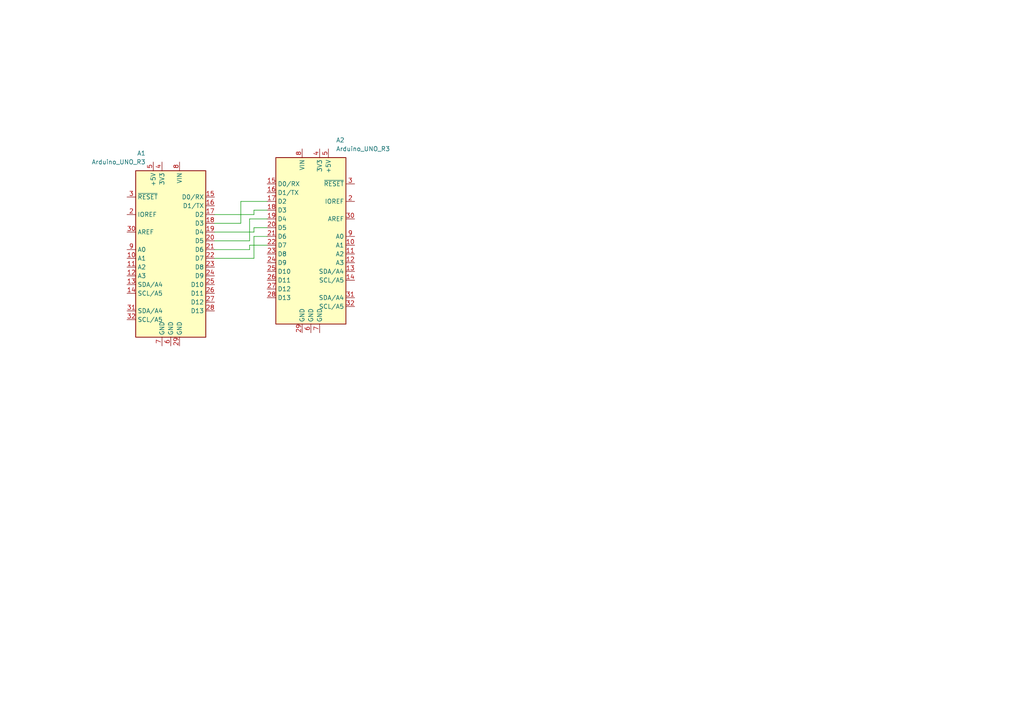
<source format=kicad_sch>
(kicad_sch (version 20230121) (generator eeschema)
  (paper "A4")
  (lib_symbols
    (symbol "MCU_Module:Arduino_UNO_R3"
      (property "Reference" "A" (at -10.16 23.495 0))
      (property "Value" "Arduino_UNO_R3" (at 5.08 -26.67 0))
      (symbol "Arduino_UNO_R3_0_1"
        (rectangle (start -10.16 22.86) (end 10.16 -25.4) (stroke (width 0.254)) (fill (type background)))
      )
      (symbol "Arduino_UNO_R3_1_1"
        (pin no_connect line (at -10.16 -20.32 0) (length 2.54) hide (name "NC") (number "1"))
        (pin bidirectional line (at 12.7 -2.54 180) (length 2.54) (name "A1") (number "10"))
        (pin bidirectional line (at 12.7 -5.08 180) (length 2.54) (name "A2") (number "11"))
        (pin bidirectional line (at 12.7 -7.62 180) (length 2.54) (name "A3") (number "12"))
        (pin bidirectional line (at 12.7 -10.16 180) (length 2.54) (name "SDA/A4") (number "13"))
        (pin bidirectional line (at 12.7 -12.7 180) (length 2.54) (name "SCL/A5") (number "14"))
        (pin bidirectional line (at -12.7 15.24 0) (length 2.54) (name "D0/RX") (number "15"))
        (pin bidirectional line (at -12.7 12.7 0) (length 2.54) (name "D1/TX") (number "16"))
        (pin bidirectional line (at -12.7 10.16 0) (length 2.54) (name "D2") (number "17"))
        (pin bidirectional line (at -12.7 7.62 0) (length 2.54) (name "D3") (number "18"))
        (pin bidirectional line (at -12.7 5.08 0) (length 2.54) (name "D4") (number "19"))
        (pin output line (at 12.7 10.16 180) (length 2.54) (name "IOREF") (number "2"))
        (pin bidirectional line (at -12.7 2.54 0) (length 2.54) (name "D5") (number "20"))
        (pin bidirectional line (at -12.7 0 0) (length 2.54) (name "D6") (number "21"))
        (pin bidirectional line (at -12.7 -2.54 0) (length 2.54) (name "D7") (number "22"))
        (pin bidirectional line (at -12.7 -5.08 0) (length 2.54) (name "D8") (number "23"))
        (pin bidirectional line (at -12.7 -7.62 0) (length 2.54) (name "D9") (number "24"))
        (pin bidirectional line (at -12.7 -10.16 0) (length 2.54) (name "D10") (number "25"))
        (pin bidirectional line (at -12.7 -12.7 0) (length 2.54) (name "D11") (number "26"))
        (pin bidirectional line (at -12.7 -15.24 0) (length 2.54) (name "D12") (number "27"))
        (pin bidirectional line (at -12.7 -17.78 0) (length 2.54) (name "D13") (number "28"))
        (pin power_in line (at -2.54 -27.94 90) (length 2.54) (name "GND") (number "29"))
        (pin input line (at 12.7 15.24 180) (length 2.54) (name "~{RESET}") (number "3"))
        (pin input line (at 12.7 5.08 180) (length 2.54) (name "AREF") (number "30"))
        (pin bidirectional line (at 12.7 -17.78 180) (length 2.54) (name "SDA/A4") (number "31"))
        (pin bidirectional line (at 12.7 -20.32 180) (length 2.54) (name "SCL/A5") (number "32"))
        (pin power_out line (at 2.54 25.4 270) (length 2.54) (name "3V3") (number "4"))
        (pin power_out line (at 5.08 25.4 270) (length 2.54) (name "+5V") (number "5"))
        (pin power_in line (at 0 -27.94 90) (length 2.54) (name "GND") (number "6"))
        (pin power_in line (at 2.54 -27.94 90) (length 2.54) (name "GND") (number "7"))
        (pin power_in line (at -2.54 25.4 270) (length 2.54) (name "VIN") (number "8"))
        (pin bidirectional line (at 12.7 0 180) (length 2.54) (name "A0") (number "9"))
      )
    )
  )
  (wire (pts (xy 73.66 68.58) (xy 77.47 68.58)))
  (wire (pts (xy 62.23 67.31) (xy 73.66 67.31)))
  (wire (pts (xy 73.66 62.23) (xy 73.66 60.96)))
  (wire (pts (xy 73.66 66.04) (xy 77.47 66.04)))
  (wire (pts (xy 62.23 74.93) (xy 73.66 74.93)))
  (wire (pts (xy 62.23 72.39) (xy 72.39 72.39)))
  (wire (pts (xy 69.85 58.42) (xy 77.47 58.42)))
  (wire (pts (xy 72.39 63.5) (xy 77.47 63.5)))
  (wire (pts (xy 62.23 62.23) (xy 73.66 62.23)))
  (wire (pts (xy 62.23 64.77) (xy 69.85 64.77)))
  (wire (pts (xy 69.85 64.77) (xy 69.85 58.42)))
  (wire (pts (xy 73.66 60.96) (xy 77.47 60.96)))
  (wire (pts (xy 72.39 72.39) (xy 72.39 71.12)))
  (wire (pts (xy 73.66 74.93) (xy 73.66 68.58)))
  (wire (pts (xy 72.39 71.12) (xy 77.47 71.12)))
  (wire (pts (xy 72.39 69.85) (xy 72.39 63.5)))
  (wire (pts (xy 73.66 67.31) (xy 73.66 66.04)))
  (wire (pts (xy 62.23 69.85) (xy 72.39 69.85)))
  (symbol (lib_id "MCU_Module:Arduino_UNO_R3") (at 90.17 68.58 0) (unit 1)
    (property "Reference" "A2" (at 97.4441 40.64 0) (effects (justify left)))
    (property "Value" "Arduino_UNO_R3" (at 97.4441 43.18 0) (effects (justify left)))
    (property "Footprint" "Module:Arduino_UNO_R3" (effects hide))
    (property "Datasheet" "https://www.arduino.cc/en/Main/arduinoBoardUno" (effects hide))
  )
  (symbol (lib_id "MCU_Module:Arduino_UNO_R3") (at 49.53 72.39 0) (mirror y) (unit 1)
    (property "Reference" "A1" (at 42.2559 44.45 0) (effects (justify left)))
    (property "Value" "Arduino_UNO_R3" (at 42.2559 46.99 0) (effects (justify left)))
    (property "Footprint" "Module:Arduino_UNO_R3" (effects hide))
    (property "Datasheet" "https://www.arduino.cc/en/Main/arduinoBoardUno" (effects hide))
  )
)
</source>
